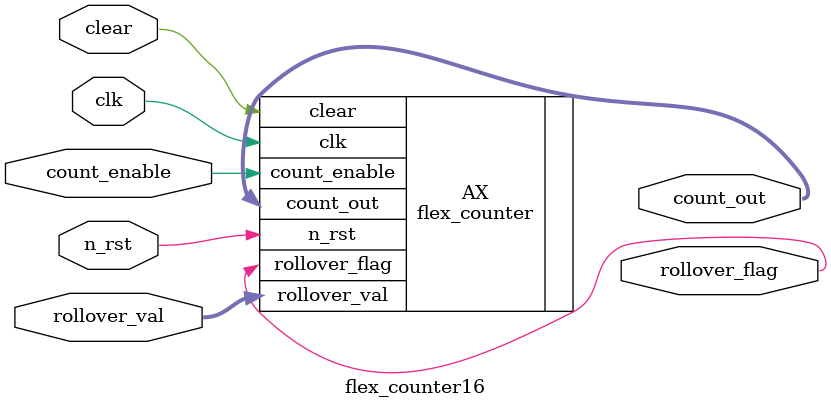
<source format=sv>

`timescale 1ns / 100ps

module flex_counter16(input wire clk, input wire n_rst, input wire clear, input wire count_enable, input wire[15:0] rollover_val, output reg[15:0] count_out, output reg rollover_flag);

    flex_counter #(16) AX (.clk(clk),.n_rst(n_rst),.clear(clear),.count_enable(count_enable),.rollover_val(rollover_val),.count_out(count_out),.rollover_flag(rollover_flag));

endmodule
   

</source>
